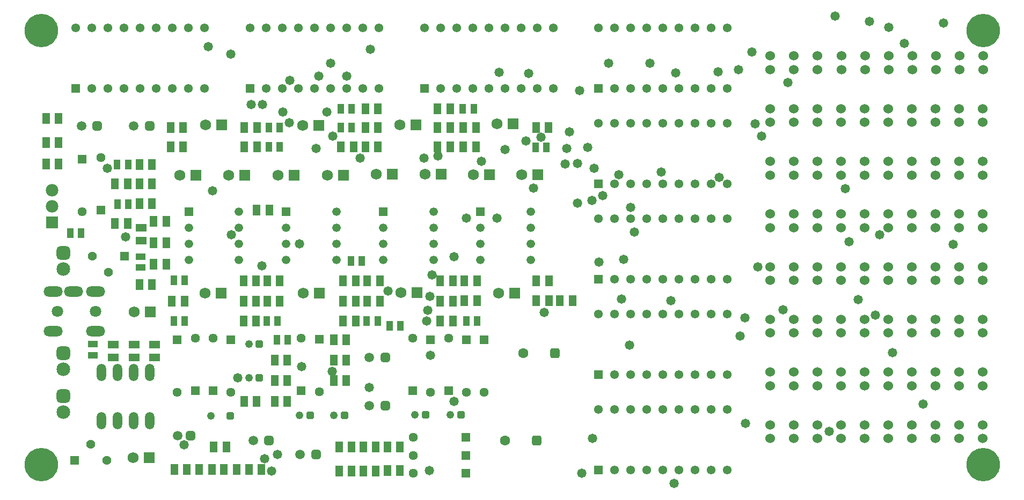
<source format=gbr>
%TF.GenerationSoftware,Altium Limited,Altium Designer,23.3.1 (30)*%
G04 Layer_Color=8388736*
%FSLAX26Y26*%
%MOIN*%
%TF.SameCoordinates,C47A0882-6911-4C93-B89A-A613C280F5D7*%
%TF.FilePolarity,Negative*%
%TF.FileFunction,Soldermask,Top*%
%TF.Part,Single*%
G01*
G75*
%TA.AperFunction,SMDPad,CuDef*%
%ADD48R,0.045402X0.065087*%
%ADD49R,0.040677X0.062724*%
%ADD50R,0.062724X0.040677*%
%ADD51R,0.065087X0.045402*%
%TA.AperFunction,ComponentPad*%
%ADD52C,0.060000*%
%TA.AperFunction,ViaPad*%
%ADD53C,0.208000*%
%TA.AperFunction,ComponentPad*%
%ADD54C,0.056740*%
%ADD55R,0.056740X0.056740*%
%ADD56R,0.056740X0.056740*%
%ADD57R,0.068236X0.068236*%
%ADD58C,0.068236*%
%ADD59C,0.059181*%
G04:AMPARAMS|DCode=60|XSize=59.181mil|YSize=59.181mil|CornerRadius=16.795mil|HoleSize=0mil|Usage=FLASHONLY|Rotation=0.000|XOffset=0mil|YOffset=0mil|HoleType=Round|Shape=RoundedRectangle|*
%AMROUNDEDRECTD60*
21,1,0.059181,0.025591,0,0,0.0*
21,1,0.025591,0.059181,0,0,0.0*
1,1,0.033590,0.012795,-0.012795*
1,1,0.033590,-0.012795,-0.012795*
1,1,0.033590,-0.012795,0.012795*
1,1,0.033590,0.012795,0.012795*
%
%ADD60ROUNDEDRECTD60*%
%ADD61C,0.048000*%
G04:AMPARAMS|DCode=62|XSize=48mil|YSize=48mil|CornerRadius=14mil|HoleSize=0mil|Usage=FLASHONLY|Rotation=0.000|XOffset=0mil|YOffset=0mil|HoleType=Round|Shape=RoundedRectangle|*
%AMROUNDEDRECTD62*
21,1,0.048000,0.020000,0,0,0.0*
21,1,0.020000,0.048000,0,0,0.0*
1,1,0.028000,0.010000,-0.010000*
1,1,0.028000,-0.010000,-0.010000*
1,1,0.028000,-0.010000,0.010000*
1,1,0.028000,0.010000,0.010000*
%
%ADD62ROUNDEDRECTD62*%
%ADD63C,0.063118*%
G04:AMPARAMS|DCode=64|XSize=63.118mil|YSize=63.118mil|CornerRadius=17.779mil|HoleSize=0mil|Usage=FLASHONLY|Rotation=0.000|XOffset=0mil|YOffset=0mil|HoleType=Round|Shape=RoundedRectangle|*
%AMROUNDEDRECTD64*
21,1,0.063118,0.027559,0,0,0.0*
21,1,0.027559,0.063118,0,0,0.0*
1,1,0.035559,0.013780,-0.013780*
1,1,0.035559,-0.013780,-0.013780*
1,1,0.035559,-0.013780,0.013780*
1,1,0.035559,0.013780,0.013780*
%
%ADD64ROUNDEDRECTD64*%
%ADD65R,0.052488X0.052488*%
%ADD66C,0.052488*%
%ADD67C,0.054457*%
%ADD68R,0.054457X0.054457*%
%ADD69R,0.078000X0.078000*%
%ADD70C,0.078000*%
G04:AMPARAMS|DCode=71|XSize=84.772mil|YSize=84.772mil|CornerRadius=23.193mil|HoleSize=0mil|Usage=FLASHONLY|Rotation=270.000|XOffset=0mil|YOffset=0mil|HoleType=Round|Shape=RoundedRectangle|*
%AMROUNDEDRECTD71*
21,1,0.084772,0.038386,0,0,270.0*
21,1,0.038386,0.084772,0,0,270.0*
1,1,0.046386,-0.019193,-0.019193*
1,1,0.046386,-0.019193,0.019193*
1,1,0.046386,0.019193,0.019193*
1,1,0.046386,0.019193,-0.019193*
%
%ADD71ROUNDEDRECTD71*%
%ADD72C,0.084772*%
%ADD73R,0.056110X0.056110*%
%ADD74C,0.056110*%
%ADD75O,0.058000X0.108000*%
%ADD76O,0.120000X0.064000*%
%ADD77C,0.070992*%
%TA.AperFunction,ViaPad*%
%ADD78C,0.058000*%
D48*
X3225630Y1294818D02*
D03*
X3304370D02*
D03*
X1485370Y1042818D02*
D03*
X1406630D02*
D03*
X2079370Y261002D02*
D03*
X2000630D02*
D03*
X2300630D02*
D03*
X2379370D02*
D03*
X1221630D02*
D03*
X1300370D02*
D03*
X2300630Y113000D02*
D03*
X2379370D02*
D03*
X2229370Y111998D02*
D03*
X2150630D02*
D03*
X2000630D02*
D03*
X2079370D02*
D03*
X2045370Y926818D02*
D03*
X1966630D02*
D03*
X2104370Y1169000D02*
D03*
X2025630D02*
D03*
X2104370Y1042818D02*
D03*
X2025630D02*
D03*
X2104370Y1294818D02*
D03*
X2025630D02*
D03*
X2253370D02*
D03*
X2174630D02*
D03*
Y1169000D02*
D03*
X2253370D02*
D03*
X1440630Y119998D02*
D03*
X1519370D02*
D03*
X1488370Y545000D02*
D03*
X1409630D02*
D03*
X1599630D02*
D03*
X1678370D02*
D03*
X1599630Y673060D02*
D03*
X1678370D02*
D03*
Y801120D02*
D03*
X1599630D02*
D03*
X1553504Y1169000D02*
D03*
X1632244D02*
D03*
X1406630Y1294818D02*
D03*
X1485370D02*
D03*
X760630Y1272000D02*
D03*
X839370D02*
D03*
X1566370Y1735000D02*
D03*
X1487630D02*
D03*
X2012504Y2129182D02*
D03*
X2091244D02*
D03*
X1411630D02*
D03*
X1490370D02*
D03*
X1411630Y2248000D02*
D03*
X1490370D02*
D03*
X953630D02*
D03*
X1032370D02*
D03*
X953630Y2129182D02*
D03*
X1032370D02*
D03*
X2612630D02*
D03*
X2691370D02*
D03*
X3223504Y2248000D02*
D03*
X3302244D02*
D03*
X2691370D02*
D03*
X2612630D02*
D03*
X2242370Y2129182D02*
D03*
X2163630D02*
D03*
Y2248000D02*
D03*
X2242370D02*
D03*
X2163630Y2364000D02*
D03*
X2242370D02*
D03*
X2612630D02*
D03*
X2691370D02*
D03*
X2850244Y2129182D02*
D03*
X2771504D02*
D03*
X2850244Y2248000D02*
D03*
X2771504D02*
D03*
X686370Y1651000D02*
D03*
X607630D02*
D03*
X839370Y1774334D02*
D03*
X760630D02*
D03*
X839370Y1896000D02*
D03*
X760630D02*
D03*
X847630Y1664670D02*
D03*
X926370D02*
D03*
X961756Y1169000D02*
D03*
X1040496D02*
D03*
X3450370Y1170000D02*
D03*
X3371630D02*
D03*
X3304370D02*
D03*
X3225630D02*
D03*
X2229370Y261002D02*
D03*
X2150630D02*
D03*
X1285964Y119998D02*
D03*
X1364704D02*
D03*
X1406630Y1169000D02*
D03*
X1485370D02*
D03*
X760630Y2019000D02*
D03*
X839370D02*
D03*
X687496Y1897000D02*
D03*
X608756D02*
D03*
X1131296Y119998D02*
D03*
X1210036D02*
D03*
X976630D02*
D03*
X1055370D02*
D03*
X927370Y1531086D02*
D03*
X848630D02*
D03*
Y1397504D02*
D03*
X927370D02*
D03*
X179630Y2155000D02*
D03*
X258370D02*
D03*
Y2020002D02*
D03*
X179630D02*
D03*
X258370Y2303002D02*
D03*
X179630D02*
D03*
X2856244Y1294818D02*
D03*
X2777504D02*
D03*
X2706370Y1042818D02*
D03*
X2627630D02*
D03*
X2777504Y1170000D02*
D03*
X2856244D02*
D03*
X2627630Y1168818D02*
D03*
X2706370D02*
D03*
X2627630Y1294818D02*
D03*
X2706370D02*
D03*
X1632244D02*
D03*
X1553504D02*
D03*
X2045370Y801120D02*
D03*
X1966630D02*
D03*
Y673060D02*
D03*
X2045370D02*
D03*
D49*
X2313142Y1013000D02*
D03*
X2380858D02*
D03*
X2073268Y1416000D02*
D03*
X2140984D02*
D03*
X2239984Y1044000D02*
D03*
X2172268D02*
D03*
X1613016Y928000D02*
D03*
X1680732D02*
D03*
X1618858Y1044000D02*
D03*
X1551142D02*
D03*
X1631858Y2128000D02*
D03*
X1564142D02*
D03*
X2010142Y2362818D02*
D03*
X2077858D02*
D03*
Y2246818D02*
D03*
X2010142D02*
D03*
X1631858D02*
D03*
X1564142D02*
D03*
X2836858Y2362818D02*
D03*
X2769142D02*
D03*
X3221142Y2124000D02*
D03*
X3288858D02*
D03*
X330142Y1590000D02*
D03*
X397858D02*
D03*
X975142Y1296000D02*
D03*
X1042858D02*
D03*
X2790890Y1044000D02*
D03*
X2858606D02*
D03*
X622142Y2016880D02*
D03*
X689858D02*
D03*
X624142Y1771000D02*
D03*
X691858D02*
D03*
X1042858Y1044000D02*
D03*
X975142D02*
D03*
D50*
X769292Y1444858D02*
D03*
Y1377142D02*
D03*
X470000Y899732D02*
D03*
Y832016D02*
D03*
D51*
X770472Y1545630D02*
D03*
Y1624370D02*
D03*
X727060Y818630D02*
D03*
Y897370D02*
D03*
X599120Y818630D02*
D03*
Y897370D02*
D03*
X855000D02*
D03*
Y818630D02*
D03*
D52*
X5852110Y1952490D02*
D03*
Y2037490D02*
D03*
X5999000Y1952490D02*
D03*
Y2037490D02*
D03*
X5558332Y2280244D02*
D03*
Y2365244D02*
D03*
X5411444Y2280244D02*
D03*
Y2365244D02*
D03*
X5705222Y2280244D02*
D03*
Y2365244D02*
D03*
X5264556Y1952490D02*
D03*
Y2037490D02*
D03*
X5999000Y2280244D02*
D03*
Y2365244D02*
D03*
X5852110Y2280244D02*
D03*
Y2365244D02*
D03*
X5558332Y1952490D02*
D03*
Y2037490D02*
D03*
X5411444Y1952490D02*
D03*
Y2037490D02*
D03*
X5705222Y1952490D02*
D03*
Y2037490D02*
D03*
X5264556Y2280244D02*
D03*
Y2365244D02*
D03*
X5558332Y1296976D02*
D03*
Y1381976D02*
D03*
X5705222Y1296976D02*
D03*
Y1381976D02*
D03*
X5852110Y1296976D02*
D03*
Y1381976D02*
D03*
X5999000Y1296976D02*
D03*
Y1381976D02*
D03*
X5411444Y1296976D02*
D03*
Y1381976D02*
D03*
X5852110Y1624732D02*
D03*
Y1709732D02*
D03*
X5999000Y1624732D02*
D03*
Y1709732D02*
D03*
X5264556Y1624732D02*
D03*
Y1709732D02*
D03*
X5411444Y1624732D02*
D03*
Y1709732D02*
D03*
X5705222Y1624732D02*
D03*
Y1709732D02*
D03*
X5558332Y1624732D02*
D03*
Y1709732D02*
D03*
X5411444Y313712D02*
D03*
Y398712D02*
D03*
X4679000Y2693000D02*
D03*
Y2608000D02*
D03*
X5413444Y2693000D02*
D03*
Y2608000D02*
D03*
X5264556Y1296976D02*
D03*
Y1381976D02*
D03*
X5266556Y2693000D02*
D03*
Y2608000D02*
D03*
X4972778Y2693000D02*
D03*
Y2608000D02*
D03*
X5119666Y2693000D02*
D03*
Y2608000D02*
D03*
X5264556Y641466D02*
D03*
Y726466D02*
D03*
X4823888Y2280244D02*
D03*
Y2365244D02*
D03*
X4970778Y2280244D02*
D03*
Y2365244D02*
D03*
X5117666Y2280244D02*
D03*
Y2365244D02*
D03*
X4825888Y2693000D02*
D03*
Y2608000D02*
D03*
X5854110Y2693000D02*
D03*
Y2608000D02*
D03*
X5707222Y2693000D02*
D03*
Y2608000D02*
D03*
X5560332Y2693000D02*
D03*
Y2608000D02*
D03*
X6001000Y2693000D02*
D03*
Y2608000D02*
D03*
X5264556Y313712D02*
D03*
Y398712D02*
D03*
X5852110Y313712D02*
D03*
Y398712D02*
D03*
X5705222Y313712D02*
D03*
Y398712D02*
D03*
X5558332Y313712D02*
D03*
Y398712D02*
D03*
X5264556Y969222D02*
D03*
Y1054222D02*
D03*
X5558332Y969222D02*
D03*
Y1054222D02*
D03*
X5705222Y969222D02*
D03*
Y1054222D02*
D03*
X5411444Y969222D02*
D03*
Y1054222D02*
D03*
X5999000Y398712D02*
D03*
Y313712D02*
D03*
X5852110Y641466D02*
D03*
Y726466D02*
D03*
X5999000Y641466D02*
D03*
Y726466D02*
D03*
X5411444Y641466D02*
D03*
Y726466D02*
D03*
X5705222Y641466D02*
D03*
Y726466D02*
D03*
X5558332Y641466D02*
D03*
Y726466D02*
D03*
X5852110Y969222D02*
D03*
Y1054222D02*
D03*
X4677000Y2280244D02*
D03*
Y2365244D02*
D03*
X5999000Y969222D02*
D03*
Y1054222D02*
D03*
X4677000Y313712D02*
D03*
Y398712D02*
D03*
X4823888Y641466D02*
D03*
Y726466D02*
D03*
X4677000Y641466D02*
D03*
Y726466D02*
D03*
X4823888Y313712D02*
D03*
Y398712D02*
D03*
X4677000Y969222D02*
D03*
Y1054222D02*
D03*
X5117666Y969222D02*
D03*
Y1054222D02*
D03*
X4677000Y1296976D02*
D03*
Y1381976D02*
D03*
X4970778Y1296976D02*
D03*
Y1381976D02*
D03*
X5117666Y1296976D02*
D03*
Y1381976D02*
D03*
X4970778Y969222D02*
D03*
Y1054222D02*
D03*
X4823888Y1296976D02*
D03*
Y1381976D02*
D03*
Y969222D02*
D03*
Y1054222D02*
D03*
X4677000Y1624732D02*
D03*
Y1709732D02*
D03*
X4823888Y1952490D02*
D03*
Y2037490D02*
D03*
Y1624732D02*
D03*
Y1709732D02*
D03*
X4677000Y1952490D02*
D03*
Y2037490D02*
D03*
X4970778Y313712D02*
D03*
Y398712D02*
D03*
Y641466D02*
D03*
Y726466D02*
D03*
X5117666Y641466D02*
D03*
Y726466D02*
D03*
Y313712D02*
D03*
Y398712D02*
D03*
Y1624732D02*
D03*
Y1709732D02*
D03*
X4970778Y1952490D02*
D03*
Y2037490D02*
D03*
Y1624732D02*
D03*
Y1709732D02*
D03*
X5117666Y1952490D02*
D03*
Y2037490D02*
D03*
D53*
X150000Y150000D02*
D03*
Y2850000D02*
D03*
X6000000Y150000D02*
D03*
Y2850000D02*
D03*
D54*
X1107000Y938228D02*
D03*
X2461771Y97000D02*
D03*
Y209000D02*
D03*
Y320000D02*
D03*
X1878000Y602772D02*
D03*
X1766000Y938230D02*
D03*
X1329000Y601772D02*
D03*
X1218000Y938228D02*
D03*
X996000Y601772D02*
D03*
X522000Y2060228D02*
D03*
X406000Y1723772D02*
D03*
X2458000Y938228D02*
D03*
X2569000Y601772D02*
D03*
X2902000D02*
D03*
X2680000Y938230D02*
D03*
X2791000Y601772D02*
D03*
D55*
X1107000Y611772D02*
D03*
X1878000Y929230D02*
D03*
X1766000Y611772D02*
D03*
X1329000Y928228D02*
D03*
X1218000Y611772D02*
D03*
X996000Y928228D02*
D03*
X522000Y1733772D02*
D03*
X406000Y2050228D02*
D03*
X2458000Y611772D02*
D03*
X2569000Y928228D02*
D03*
X2902000Y928230D02*
D03*
X2680000Y611772D02*
D03*
X2791000Y928230D02*
D03*
D56*
X2788227Y97000D02*
D03*
Y209000D02*
D03*
X2788229Y320000D02*
D03*
D57*
X3081126Y2269330D02*
D03*
X3236124Y1955330D02*
D03*
X2935126D02*
D03*
X1876126Y2260330D02*
D03*
X1722126Y1949330D02*
D03*
X2332126Y1956330D02*
D03*
X2027124Y1949330D02*
D03*
X1416126Y1950330D02*
D03*
X1110126D02*
D03*
X1271126Y2264330D02*
D03*
X2477126Y2265330D02*
D03*
X2636126Y1956330D02*
D03*
X3091000Y1216000D02*
D03*
X2485002Y1220000D02*
D03*
X1878000Y1218000D02*
D03*
X1268000Y1216000D02*
D03*
X821000Y195000D02*
D03*
X829000Y1100000D02*
D03*
D58*
X2981126Y2269330D02*
D03*
X3136124Y1955330D02*
D03*
X2835126D02*
D03*
X1776126Y2260330D02*
D03*
X1622126Y1949330D02*
D03*
X2232126Y1956330D02*
D03*
X1927124Y1949330D02*
D03*
X1316126Y1950330D02*
D03*
X1010126D02*
D03*
X1171126Y2264330D02*
D03*
X2377126Y2265330D02*
D03*
X2536126Y1956330D02*
D03*
X2991000Y1216000D02*
D03*
X2385002Y1220000D02*
D03*
X1778000Y1218000D02*
D03*
X1168000Y1216000D02*
D03*
X721000Y195000D02*
D03*
X729000Y1100000D02*
D03*
D59*
X724788Y2259000D02*
D03*
X2188788Y517000D02*
D03*
X2188786Y818000D02*
D03*
X1466788Y300000D02*
D03*
X1757788Y214000D02*
D03*
X399788Y2259000D02*
D03*
X998630Y332000D02*
D03*
D60*
X823212Y2259000D02*
D03*
X2287212Y517000D02*
D03*
Y818000D02*
D03*
X1565212Y300000D02*
D03*
X1856212Y214000D02*
D03*
X498212Y2259000D02*
D03*
X1077370Y332000D02*
D03*
D61*
X2691000Y460000D02*
D03*
X2472000D02*
D03*
X1754000Y456000D02*
D03*
X1967000D02*
D03*
X1440000Y691000D02*
D03*
Y901000D02*
D03*
X1205000Y454000D02*
D03*
D62*
X2757000Y460000D02*
D03*
X2538000D02*
D03*
X1820000Y456000D02*
D03*
X2033000D02*
D03*
X1506000Y691000D02*
D03*
Y901000D02*
D03*
X1325000Y454000D02*
D03*
D63*
X3145574Y845000D02*
D03*
X3031574Y300000D02*
D03*
D64*
X3342426Y845000D02*
D03*
X3228426Y300000D02*
D03*
D65*
X2878700Y1725000D02*
D03*
X2274700D02*
D03*
X1670700D02*
D03*
X1066700D02*
D03*
D66*
X2878700Y1625000D02*
D03*
Y1525000D02*
D03*
Y1425000D02*
D03*
X3191300D02*
D03*
Y1525000D02*
D03*
Y1625000D02*
D03*
Y1725000D02*
D03*
X2587298D02*
D03*
Y1625000D02*
D03*
Y1525000D02*
D03*
Y1425000D02*
D03*
X2274700D02*
D03*
Y1525000D02*
D03*
Y1625000D02*
D03*
X1983298Y1725000D02*
D03*
Y1625000D02*
D03*
Y1525000D02*
D03*
Y1425000D02*
D03*
X1670700D02*
D03*
Y1525000D02*
D03*
Y1625000D02*
D03*
X1379300Y1725000D02*
D03*
Y1625000D02*
D03*
Y1525000D02*
D03*
Y1425000D02*
D03*
X1066700D02*
D03*
Y1525000D02*
D03*
Y1625000D02*
D03*
D67*
X3612000Y2273998D02*
D03*
X3712000D02*
D03*
X3812000D02*
D03*
X3912000D02*
D03*
X4012000D02*
D03*
X4112000D02*
D03*
X4212000D02*
D03*
X4312000D02*
D03*
X4412000D02*
D03*
Y1898998D02*
D03*
X4312000D02*
D03*
X4212000D02*
D03*
X4112000D02*
D03*
X4012000D02*
D03*
X3912000D02*
D03*
X3812000D02*
D03*
X3712000D02*
D03*
X3612000Y1680500D02*
D03*
X3712000D02*
D03*
X3812000D02*
D03*
X3912000D02*
D03*
X4012000D02*
D03*
X4112000D02*
D03*
X4212000D02*
D03*
X4312000D02*
D03*
X4412000D02*
D03*
Y1305500D02*
D03*
X4312000D02*
D03*
X4212000D02*
D03*
X4112000D02*
D03*
X4012000D02*
D03*
X3912000D02*
D03*
X3812000D02*
D03*
X3712000D02*
D03*
X3612000Y2867500D02*
D03*
X3712000D02*
D03*
X3812000D02*
D03*
X3912000D02*
D03*
X4012000D02*
D03*
X4112000D02*
D03*
X4212000D02*
D03*
X4312000D02*
D03*
X4412000D02*
D03*
Y2492500D02*
D03*
X4312000D02*
D03*
X4212000D02*
D03*
X4112000D02*
D03*
X4012000D02*
D03*
X3912000D02*
D03*
X3812000D02*
D03*
X3712000D02*
D03*
X2529666Y2867500D02*
D03*
X2629666D02*
D03*
X2729666D02*
D03*
X2829666D02*
D03*
X2929666D02*
D03*
X3029666D02*
D03*
X3129666D02*
D03*
X3229666D02*
D03*
X3329666D02*
D03*
Y2492500D02*
D03*
X3229666D02*
D03*
X3129666D02*
D03*
X3029666D02*
D03*
X2929666D02*
D03*
X2829666D02*
D03*
X2729666D02*
D03*
X2629666D02*
D03*
X365000Y2867500D02*
D03*
X465000D02*
D03*
X565000D02*
D03*
X665000D02*
D03*
X765000D02*
D03*
X865000D02*
D03*
X965000D02*
D03*
X1065000D02*
D03*
X1165000D02*
D03*
Y2492500D02*
D03*
X1065000D02*
D03*
X965000D02*
D03*
X865000D02*
D03*
X765000D02*
D03*
X665000D02*
D03*
X565000D02*
D03*
X465000D02*
D03*
X3712000Y712000D02*
D03*
X3812000D02*
D03*
X3912000D02*
D03*
X4012000D02*
D03*
X4112000D02*
D03*
X4212000D02*
D03*
X4312000D02*
D03*
X4412000D02*
D03*
Y1087000D02*
D03*
X4312000D02*
D03*
X4212000D02*
D03*
X4112000D02*
D03*
X4012000D02*
D03*
X3912000D02*
D03*
X3812000D02*
D03*
X3712000D02*
D03*
X3612000D02*
D03*
X1447334Y2867500D02*
D03*
X1547334D02*
D03*
X1647334D02*
D03*
X1747334D02*
D03*
X1847334D02*
D03*
X1947334D02*
D03*
X2047334D02*
D03*
X2147334D02*
D03*
X2247334D02*
D03*
Y2492500D02*
D03*
X2147334D02*
D03*
X2047334D02*
D03*
X1947334D02*
D03*
X1847334D02*
D03*
X1747334D02*
D03*
X1647334D02*
D03*
X1547334D02*
D03*
X3612000Y493500D02*
D03*
X3712000D02*
D03*
X3812000D02*
D03*
X3912000D02*
D03*
X4012000D02*
D03*
X4112000D02*
D03*
X4212000D02*
D03*
X4312000D02*
D03*
X4412000D02*
D03*
Y118500D02*
D03*
X4312000D02*
D03*
X4212000D02*
D03*
X4112000D02*
D03*
X4012000D02*
D03*
X3912000D02*
D03*
X3812000D02*
D03*
X3712000D02*
D03*
D68*
X3612000Y1898998D02*
D03*
Y1305500D02*
D03*
Y2492500D02*
D03*
X2529666D02*
D03*
X365000D02*
D03*
X3612000Y712000D02*
D03*
X1447334Y2492500D02*
D03*
X3612000Y118500D02*
D03*
D69*
X219000Y1657000D02*
D03*
D70*
Y1857000D02*
D03*
Y1757000D02*
D03*
D71*
X287000Y1468000D02*
D03*
X287934Y577000D02*
D03*
Y845858D02*
D03*
D72*
X287000Y1368000D02*
D03*
X287934Y477000D02*
D03*
Y745858D02*
D03*
D73*
X357000Y178000D02*
D03*
X667000Y1449000D02*
D03*
D74*
X457000Y278000D02*
D03*
X557000Y178000D02*
D03*
X467000Y1449000D02*
D03*
X567000Y1349000D02*
D03*
D75*
X526000Y424000D02*
D03*
X626000D02*
D03*
X526000Y724000D02*
D03*
X626000D02*
D03*
X826000Y424000D02*
D03*
X726000D02*
D03*
Y724000D02*
D03*
X826000D02*
D03*
D76*
X224488Y1228016D02*
D03*
Y979984D02*
D03*
X488268Y1228016D02*
D03*
Y979984D02*
D03*
X350472Y1228016D02*
D03*
D77*
X252048Y1104000D02*
D03*
X488268D02*
D03*
D78*
X4481000Y2607000D02*
D03*
X4625000Y2194000D02*
D03*
X4353000Y2594000D02*
D03*
X1691000Y2277000D02*
D03*
X4002000Y1970000D02*
D03*
X1582000Y112000D02*
D03*
X3273000Y1097000D02*
D03*
X1538000Y189000D02*
D03*
X5331963Y1079963D02*
D03*
X3482000Y1776000D02*
D03*
X3480000Y2023000D02*
D03*
X3583000Y1994000D02*
D03*
X3404000Y2020000D02*
D03*
X2304000Y1230000D02*
D03*
X1331000Y1580000D02*
D03*
X2566000Y1196000D02*
D03*
X1961000Y2194000D02*
D03*
X1371000Y690000D02*
D03*
X1650000Y2344000D02*
D03*
X2714000Y544000D02*
D03*
X4080000Y34000D02*
D03*
X3509000Y98000D02*
D03*
X2562000Y113000D02*
D03*
X1520000Y1387000D02*
D03*
X1755000Y1525000D02*
D03*
X2188786Y630214D02*
D03*
X2981000Y1684000D02*
D03*
X3930000Y2648000D02*
D03*
X3675000D02*
D03*
X2716000Y1445000D02*
D03*
X676000Y1567000D02*
D03*
X2578000Y1330000D02*
D03*
X3575000Y315000D02*
D03*
X5225000Y1177000D02*
D03*
X4521000Y1065000D02*
D03*
X4525000Y407000D02*
D03*
X5080000Y2940000D02*
D03*
X5413444Y2870604D02*
D03*
X5293000Y2909000D02*
D03*
X1329106Y2703394D02*
D03*
X5755000Y2898000D02*
D03*
X1526000Y2391000D02*
D03*
X1456000Y2392000D02*
D03*
X1696000Y2540000D02*
D03*
X1923000Y2344000D02*
D03*
X3616000Y1411000D02*
D03*
X5168000Y1538000D02*
D03*
X4062000Y1172230D02*
D03*
X4758000Y1114000D02*
D03*
X3162246Y2165000D02*
D03*
X3545000Y2124000D02*
D03*
X3415000Y2117000D02*
D03*
X3430000Y2220000D02*
D03*
X3569576Y1793000D02*
D03*
X3810000Y1751000D02*
D03*
X1038000Y273000D02*
D03*
X1767000Y761000D02*
D03*
X1618000Y213000D02*
D03*
X1949000Y2647000D02*
D03*
X2569000Y831000D02*
D03*
X1957000Y732000D02*
D03*
X4490000Y951000D02*
D03*
X1858000Y2117000D02*
D03*
X2994000Y2592000D02*
D03*
X3209000Y1871000D02*
D03*
X3493000Y2476000D02*
D03*
X1873000Y2567000D02*
D03*
X3805000Y894000D02*
D03*
X5436798Y848000D02*
D03*
X5627000Y527000D02*
D03*
X560000Y1995000D02*
D03*
X3755000Y1181000D02*
D03*
X3179000Y2585000D02*
D03*
X4091000Y2587000D02*
D03*
X4362000Y1936000D02*
D03*
X5144000Y1866000D02*
D03*
X4600000Y1380000D02*
D03*
X4585000Y2272000D02*
D03*
X3256000Y2189000D02*
D03*
X5813000Y1521000D02*
D03*
X4564000Y2719000D02*
D03*
X2195120Y2735000D02*
D03*
X1188000Y2752000D02*
D03*
X2792000Y1684000D02*
D03*
X2551000Y1112000D02*
D03*
X1213000Y1855000D02*
D03*
X3637000Y1824000D02*
D03*
X5044000Y359000D02*
D03*
X3031000Y2112000D02*
D03*
X2613000Y2072000D02*
D03*
X2527000Y2057000D02*
D03*
X2131000D02*
D03*
X5358000Y1582000D02*
D03*
X3834000Y1597000D02*
D03*
X3767000Y1426000D02*
D03*
X2885000Y2038000D02*
D03*
X2543000Y1044000D02*
D03*
X2047334Y2567666D02*
D03*
X4789022Y2527000D02*
D03*
X5511000Y2772000D02*
D03*
X3737000Y1955000D02*
D03*
%TF.MD5,1653d33516acbb2e303cfba313b9c21e*%
M02*

</source>
